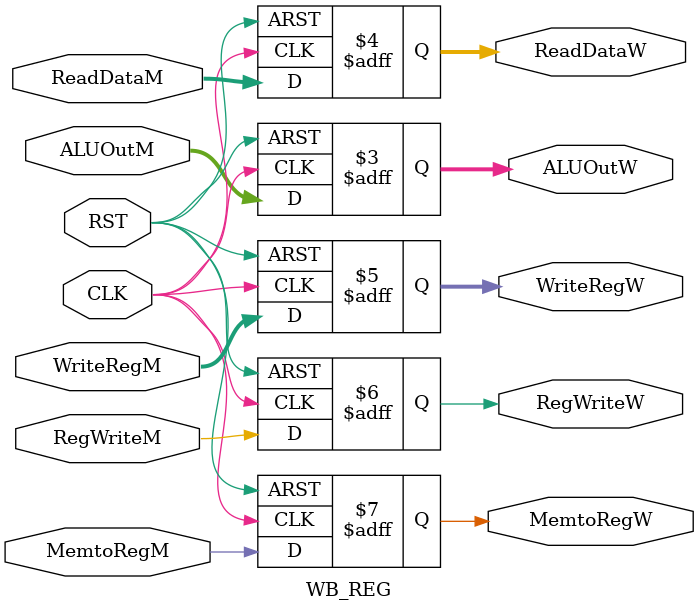
<source format=v>
module  WB_REG  #(parameter INPUT_DATA  = 32,
                            OUTPUT_DATA = 32)
(
    output  reg    [OUTPUT_DATA-1:0] ALUOutW,ReadDataW,
    output  reg    [4:0]             WriteRegW,
    output  reg                      RegWriteW,MemtoRegW,
    input   wire                     CLK,RST,
    input   wire   [INPUT_DATA-1:0]  ALUOutM,ReadDataM,
    input   wire   [4:0]             WriteRegM,
    input   wire                     RegWriteM,MemtoRegM
);

always @ ( posedge CLK or negedge RST)
    begin
        if ( !RST )
            begin
                ALUOutW <= 32'd0;
                ReadDataW <= 32'd0;
                WriteRegW <= 5'd0;
                RegWriteW <= 1'b0;
                MemtoRegW <= 1'b0;          
            end
        else
            begin
                ALUOutW <= ALUOutM;
                ReadDataW <= ReadDataM;
                WriteRegW <= WriteRegM;
                RegWriteW <= RegWriteM;
                MemtoRegW <= MemtoRegM; 
            end
    end
endmodule

</source>
